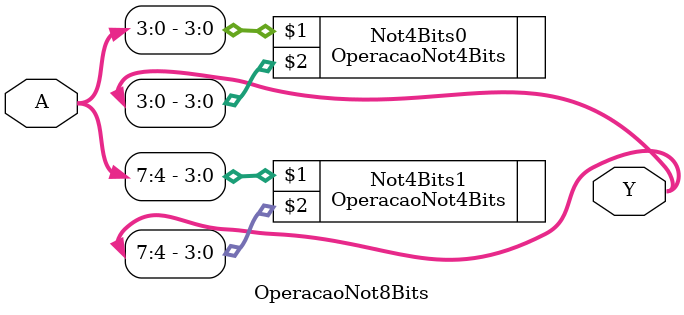
<source format=v>
module OperacaoNot8Bits(
    input [7:0] A,    // Entrada A de 8 bits
    output [7:0] Y    // Saída Y de 8 bits
);
    // Instanciando dois módulos de OperacaoNot4Bits para os 4 bits inferiores e superiores
    OperacaoNot4Bits Not4Bits0(A[3:0], Y[3:0]);   // Operação NOT para os 4 bits inferiores
    OperacaoNot4Bits Not4Bits1(A[7:4], Y[7:4]);   // Operação NOT para os 4 bits superiores
endmodule

</source>
